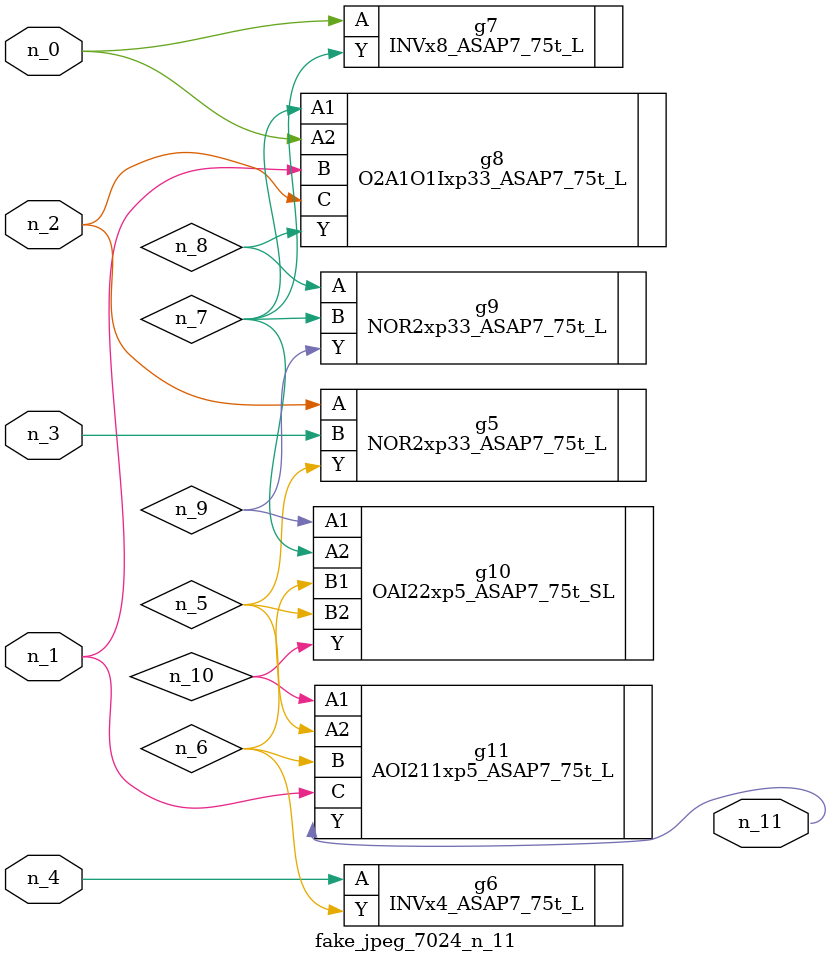
<source format=v>
module fake_jpeg_7024_n_11 (n_3, n_2, n_1, n_0, n_4, n_11);

input n_3;
input n_2;
input n_1;
input n_0;
input n_4;

output n_11;

wire n_10;
wire n_8;
wire n_9;
wire n_6;
wire n_5;
wire n_7;

NOR2xp33_ASAP7_75t_L g5 ( 
.A(n_2),
.B(n_3),
.Y(n_5)
);

INVx4_ASAP7_75t_L g6 ( 
.A(n_4),
.Y(n_6)
);

INVx8_ASAP7_75t_L g7 ( 
.A(n_0),
.Y(n_7)
);

O2A1O1Ixp33_ASAP7_75t_L g8 ( 
.A1(n_7),
.A2(n_0),
.B(n_1),
.C(n_2),
.Y(n_8)
);

NOR2xp33_ASAP7_75t_L g9 ( 
.A(n_8),
.B(n_7),
.Y(n_9)
);

OAI22xp5_ASAP7_75t_SL g10 ( 
.A1(n_9),
.A2(n_7),
.B1(n_6),
.B2(n_5),
.Y(n_10)
);

AOI211xp5_ASAP7_75t_L g11 ( 
.A1(n_10),
.A2(n_5),
.B(n_6),
.C(n_1),
.Y(n_11)
);


endmodule
</source>
